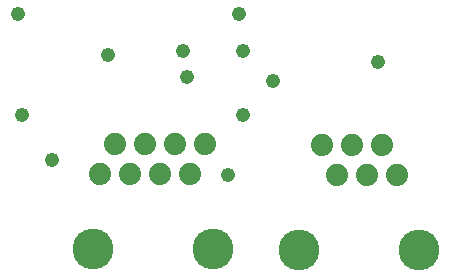
<source format=gbp>
G75*
%MOIN*%
%OFA0B0*%
%FSLAX24Y24*%
%IPPOS*%
%LPD*%
%AMOC8*
5,1,8,0,0,1.08239X$1,22.5*
%
%ADD10C,0.0740*%
%ADD11C,0.1360*%
%ADD12C,0.0476*%
D10*
X005231Y005745D03*
X006231Y005745D03*
X007231Y005745D03*
X008231Y005745D03*
X007731Y006745D03*
X006731Y006745D03*
X005731Y006745D03*
X008731Y006745D03*
X012606Y006711D03*
X013606Y006711D03*
X014606Y006711D03*
X014106Y005711D03*
X013106Y005711D03*
X015106Y005711D03*
D11*
X004981Y003245D03*
X008981Y003245D03*
X011856Y003211D03*
X015856Y003211D03*
D12*
X009481Y005711D03*
X009981Y007711D03*
X010981Y008836D03*
X009981Y009836D03*
X007981Y009836D03*
X008106Y008961D03*
X005481Y009711D03*
X002481Y011086D03*
X002606Y007711D03*
X003606Y006211D03*
X009856Y011086D03*
X014481Y009461D03*
M02*

</source>
